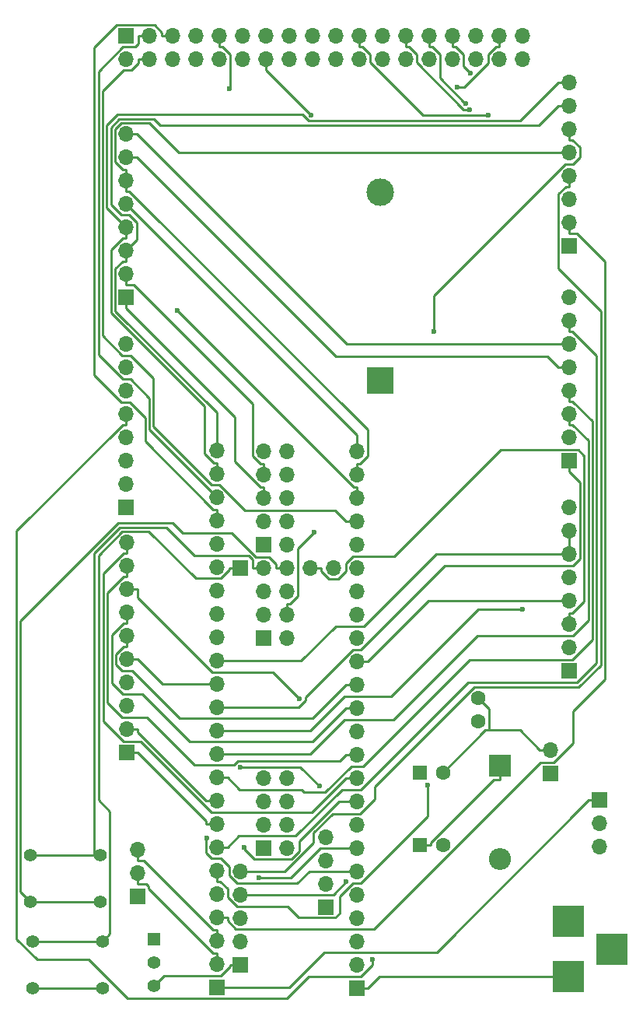
<source format=gbr>
G04 #@! TF.FileFunction,Copper,L2,Bot,Signal*
%FSLAX46Y46*%
G04 Gerber Fmt 4.6, Leading zero omitted, Abs format (unit mm)*
G04 Created by KiCad (PCBNEW 4.0.6) date 06/05/17 03:56:47*
%MOMM*%
%LPD*%
G01*
G04 APERTURE LIST*
%ADD10C,0.100000*%
%ADD11R,1.600000X1.600000*%
%ADD12C,1.600000*%
%ADD13R,3.500000X3.500000*%
%ADD14R,2.400000X2.400000*%
%ADD15O,2.400000X2.400000*%
%ADD16R,1.700000X1.700000*%
%ADD17O,1.700000X1.700000*%
%ADD18C,1.397000*%
%ADD19R,1.397000X1.397000*%
%ADD20C,3.000000*%
%ADD21R,3.000000X3.000000*%
%ADD22C,0.600000*%
%ADD23C,0.250000*%
G04 APERTURE END LIST*
D10*
D11*
X141259000Y-145948000D03*
D12*
X143759000Y-145948000D03*
X147569000Y-132486000D03*
X147569000Y-129986000D03*
D11*
X141259000Y-138074000D03*
D12*
X143759000Y-138074000D03*
D13*
X157400000Y-154300000D03*
X157400000Y-160300000D03*
X162100000Y-157300000D03*
D14*
X149961000Y-137344000D03*
D15*
X149961000Y-147504000D03*
D16*
X109220000Y-86360000D03*
D17*
X109220000Y-83820000D03*
X109220000Y-81280000D03*
X109220000Y-78740000D03*
X109220000Y-76200000D03*
X109220000Y-73660000D03*
X109220000Y-71120000D03*
X109220000Y-68580000D03*
D16*
X109220000Y-109220000D03*
D17*
X109220000Y-106680000D03*
X109220000Y-104140000D03*
X109220000Y-101600000D03*
X109220000Y-99060000D03*
X109220000Y-96520000D03*
X109220000Y-93980000D03*
X109220000Y-91440000D03*
D16*
X109301000Y-135926000D03*
D17*
X109301000Y-133386000D03*
X109301000Y-130846000D03*
X109301000Y-128306000D03*
X109301000Y-125766000D03*
X109301000Y-123226000D03*
X109301000Y-120686000D03*
X109301000Y-118146000D03*
X109301000Y-115606000D03*
X109301000Y-113066000D03*
D16*
X110490000Y-151540000D03*
D17*
X110490000Y-149000000D03*
X110490000Y-146460000D03*
D16*
X119100000Y-161480000D03*
D17*
X119100000Y-158940000D03*
X119100000Y-156400000D03*
X119100000Y-153860000D03*
X119100000Y-151320000D03*
X119100000Y-148780000D03*
X119100000Y-146240000D03*
X119100000Y-143700000D03*
X119100000Y-141160000D03*
X119100000Y-138620000D03*
X119100000Y-136080000D03*
X119100000Y-133540000D03*
X119100000Y-131000000D03*
X119100000Y-128460000D03*
X119100000Y-125920000D03*
X119100000Y-123380000D03*
X119100000Y-120840000D03*
X119100000Y-118300000D03*
X119100000Y-115760000D03*
X119100000Y-113220000D03*
X119100000Y-110680000D03*
X119100000Y-108140000D03*
X119100000Y-105600000D03*
X119100000Y-103060000D03*
D16*
X124206000Y-113284000D03*
D17*
X126746000Y-113284000D03*
X124206000Y-110744000D03*
X126746000Y-110744000D03*
X124206000Y-108204000D03*
X126746000Y-108204000D03*
X124206000Y-105664000D03*
X126746000Y-105664000D03*
X124206000Y-103124000D03*
X126746000Y-103124000D03*
D16*
X121700000Y-159004000D03*
D17*
X121700000Y-156464000D03*
X121700000Y-153924000D03*
X121700000Y-151384000D03*
X121700000Y-148844000D03*
D16*
X124206000Y-146304000D03*
D17*
X126746000Y-146304000D03*
X124206000Y-143764000D03*
X126746000Y-143764000D03*
X124206000Y-141224000D03*
X126746000Y-141224000D03*
X124206000Y-138684000D03*
X126746000Y-138684000D03*
D16*
X130937000Y-152718000D03*
D17*
X130937000Y-150178000D03*
X130937000Y-147638000D03*
X130937000Y-145098000D03*
D16*
X109220000Y-57960000D03*
D17*
X109220000Y-60500000D03*
X111760000Y-57960000D03*
X111760000Y-60500000D03*
X114300000Y-57960000D03*
X114300000Y-60500000D03*
X116840000Y-57960000D03*
X116840000Y-60500000D03*
X119380000Y-57960000D03*
X119380000Y-60500000D03*
X121920000Y-57960000D03*
X121920000Y-60500000D03*
X124460000Y-57960000D03*
X124460000Y-60500000D03*
X127000000Y-57960000D03*
X127000000Y-60500000D03*
X129540000Y-57960000D03*
X129540000Y-60500000D03*
X132080000Y-57960000D03*
X132080000Y-60500000D03*
X134620000Y-57960000D03*
X134620000Y-60500000D03*
X137160000Y-57960000D03*
X137160000Y-60500000D03*
X139700000Y-57960000D03*
X139700000Y-60500000D03*
X142240000Y-57960000D03*
X142240000Y-60500000D03*
X144780000Y-57960000D03*
X144780000Y-60500000D03*
X147320000Y-57960000D03*
X147320000Y-60500000D03*
X149860000Y-57960000D03*
X149860000Y-60500000D03*
X152400000Y-57960000D03*
X152400000Y-60500000D03*
D16*
X134366000Y-161544000D03*
D17*
X134366000Y-159004000D03*
X134366000Y-156464000D03*
X134366000Y-153924000D03*
X134366000Y-151384000D03*
X134366000Y-148844000D03*
X134366000Y-146304000D03*
X134366000Y-143764000D03*
X134366000Y-141224000D03*
X134366000Y-138684000D03*
X134366000Y-136144000D03*
X134366000Y-133604000D03*
X134366000Y-131064000D03*
X134366000Y-128524000D03*
X134366000Y-125984000D03*
X134366000Y-123444000D03*
X134366000Y-120904000D03*
X134366000Y-118364000D03*
X134366000Y-115824000D03*
X134366000Y-113284000D03*
X134366000Y-110744000D03*
X134366000Y-108204000D03*
X134366000Y-105664000D03*
X134366000Y-103124000D03*
D16*
X157480000Y-80772000D03*
D17*
X157480000Y-78232000D03*
X157480000Y-75692000D03*
X157480000Y-73152000D03*
X157480000Y-70612000D03*
X157480000Y-68072000D03*
X157480000Y-65532000D03*
X157480000Y-62992000D03*
D16*
X157480000Y-104140000D03*
D17*
X157480000Y-101600000D03*
X157480000Y-99060000D03*
X157480000Y-96520000D03*
X157480000Y-93980000D03*
X157480000Y-91440000D03*
X157480000Y-88900000D03*
X157480000Y-86360000D03*
D16*
X157480000Y-127000000D03*
D17*
X157480000Y-124460000D03*
X157480000Y-121920000D03*
X157480000Y-119380000D03*
X157480000Y-116840000D03*
X157480000Y-114300000D03*
X157480000Y-111760000D03*
X157480000Y-109220000D03*
D16*
X124206000Y-123444000D03*
D17*
X126746000Y-123444000D03*
X124206000Y-120904000D03*
X126746000Y-120904000D03*
X124206000Y-118364000D03*
X126746000Y-118364000D03*
D16*
X121666000Y-115824000D03*
D17*
X124206000Y-115824000D03*
X126746000Y-115824000D03*
X129286000Y-115824000D03*
X131826000Y-115824000D03*
D18*
X106680000Y-156464000D03*
X106680000Y-161544000D03*
X99060000Y-156464000D03*
X99060000Y-161544000D03*
X106426000Y-147066000D03*
X106426000Y-152146000D03*
X98806000Y-147066000D03*
X98806000Y-152146000D03*
D19*
X112268000Y-156210000D03*
D18*
X112268000Y-158750000D03*
X112268000Y-161290000D03*
D20*
X136900000Y-74910000D03*
D21*
X136900000Y-95400000D03*
D16*
X160800000Y-141100000D03*
D17*
X160800000Y-143640000D03*
X160800000Y-146180000D03*
D16*
X155448000Y-138176000D03*
D17*
X155448000Y-135636000D03*
D22*
X142734000Y-90090800D03*
X122053700Y-146259000D03*
X130299600Y-139587900D03*
X121652900Y-137480500D03*
X123728600Y-149515200D03*
X117988500Y-145206100D03*
X136015500Y-158426500D03*
X128077700Y-130081700D03*
X142087300Y-139432700D03*
X152378800Y-120333200D03*
X120447400Y-63643500D03*
X129349100Y-66564400D03*
X133203600Y-149982400D03*
X148641800Y-66537900D03*
X114785300Y-87815300D03*
X129730300Y-111939000D03*
X146669400Y-65948100D03*
X146217300Y-65253900D03*
X146702400Y-62003600D03*
X145294200Y-63521000D03*
D23*
X149237400Y-138869300D02*
X149961000Y-138869300D01*
X142384300Y-145722400D02*
X149237400Y-138869300D01*
X142384300Y-145948000D02*
X142384300Y-145722400D01*
X141259000Y-145948000D02*
X142384300Y-145948000D01*
X149961000Y-137344000D02*
X149961000Y-138869300D01*
X155448000Y-135636000D02*
X154272700Y-135636000D01*
X148730600Y-131147600D02*
X147569000Y-129986000D01*
X148730600Y-133490800D02*
X148730600Y-131147600D01*
X152127500Y-133490800D02*
X148730600Y-133490800D01*
X154272700Y-135636000D02*
X152127500Y-133490800D01*
X148342200Y-133490800D02*
X143759000Y-138074000D01*
X148730600Y-133490800D02*
X148342200Y-133490800D01*
X136785300Y-160300000D02*
X135541300Y-161544000D01*
X157400000Y-160300000D02*
X136785300Y-160300000D01*
X134366000Y-161544000D02*
X135541300Y-161544000D01*
X121080100Y-99395400D02*
X109220000Y-87535300D01*
X121080100Y-104270100D02*
X121080100Y-99395400D01*
X123838700Y-107028700D02*
X121080100Y-104270100D01*
X124206000Y-107028700D02*
X123838700Y-107028700D01*
X124206000Y-108204000D02*
X124206000Y-107028700D01*
X109220000Y-86360000D02*
X109220000Y-87535300D01*
X109220000Y-83820000D02*
X109220000Y-84995300D01*
X124206000Y-105664000D02*
X124206000Y-104488700D01*
X123838600Y-104488700D02*
X124206000Y-104488700D01*
X123030700Y-103680800D02*
X123838600Y-104488700D01*
X123030700Y-97998000D02*
X123030700Y-103680800D01*
X110028000Y-84995300D02*
X123030700Y-97998000D01*
X109220000Y-84995300D02*
X110028000Y-84995300D01*
X108852600Y-82455300D02*
X109220000Y-82455300D01*
X108044700Y-83263200D02*
X108852600Y-82455300D01*
X108044700Y-87891300D02*
X108044700Y-83263200D01*
X119100000Y-98946600D02*
X108044700Y-87891300D01*
X119100000Y-103060000D02*
X119100000Y-98946600D01*
X109220000Y-81280000D02*
X109220000Y-82455300D01*
X157480000Y-65532000D02*
X156304700Y-65532000D01*
X154196700Y-67640000D02*
X156304700Y-65532000D01*
X112929500Y-67640000D02*
X154196700Y-67640000D01*
X112240100Y-66950600D02*
X112929500Y-67640000D01*
X108497000Y-66950600D02*
X112240100Y-66950600D01*
X107568000Y-67879600D02*
X108497000Y-66950600D01*
X107568000Y-76274400D02*
X107568000Y-67879600D01*
X108669000Y-77375400D02*
X107568000Y-76274400D01*
X109547200Y-77375400D02*
X108669000Y-77375400D01*
X110410400Y-78238600D02*
X109547200Y-77375400D01*
X110410400Y-80089600D02*
X110410400Y-78238600D01*
X109220000Y-81280000D02*
X110410400Y-80089600D01*
X157480000Y-62992000D02*
X156304700Y-62992000D01*
X119100000Y-105600000D02*
X119100000Y-104424700D01*
X109220000Y-78740000D02*
X109220000Y-79915300D01*
X118788400Y-104424700D02*
X119100000Y-104424700D01*
X117738100Y-103374400D02*
X118788400Y-104424700D01*
X117738100Y-98258900D02*
X117738100Y-103374400D01*
X107572600Y-88093400D02*
X117738100Y-98258900D01*
X107572600Y-81195400D02*
X107572600Y-88093400D01*
X108852700Y-79915300D02*
X107572600Y-81195400D01*
X109220000Y-79915300D02*
X108852700Y-79915300D01*
X152107000Y-67189700D02*
X156304700Y-62992000D01*
X129090100Y-67189700D02*
X152107000Y-67189700D01*
X128400700Y-66500300D02*
X129090100Y-67189700D01*
X108310400Y-66500300D02*
X128400700Y-66500300D01*
X107117700Y-67693000D02*
X108310400Y-66500300D01*
X107117700Y-76637700D02*
X107117700Y-67693000D01*
X109220000Y-78740000D02*
X107117700Y-76637700D01*
X134366000Y-101346000D02*
X109220000Y-76200000D01*
X134366000Y-103124000D02*
X134366000Y-101346000D01*
X157847400Y-69247300D02*
X157480000Y-69247300D01*
X158655300Y-70055200D02*
X157847400Y-69247300D01*
X158655300Y-71127500D02*
X158655300Y-70055200D01*
X157900800Y-71882000D02*
X158655300Y-71127500D01*
X157085800Y-71882000D02*
X157900800Y-71882000D01*
X142734000Y-86233800D02*
X157085800Y-71882000D01*
X142734000Y-90090800D02*
X142734000Y-86233800D01*
X157480000Y-68072000D02*
X157480000Y-69247300D01*
X114948200Y-70612000D02*
X157480000Y-70612000D01*
X111737100Y-67400900D02*
X114948200Y-70612000D01*
X108683600Y-67400900D02*
X111737100Y-67400900D01*
X108018300Y-68066200D02*
X108683600Y-67400900D01*
X108018300Y-71639000D02*
X108018300Y-68066200D01*
X108864000Y-72484700D02*
X108018300Y-71639000D01*
X109220000Y-72484700D02*
X108864000Y-72484700D01*
X109220000Y-73660000D02*
X109220000Y-72484700D01*
X109587300Y-74835300D02*
X109220000Y-74835300D01*
X135545600Y-100793600D02*
X109587300Y-74835300D01*
X135545600Y-103676400D02*
X135545600Y-100793600D01*
X134733300Y-104488700D02*
X135545600Y-103676400D01*
X134366000Y-104488700D02*
X134733300Y-104488700D01*
X134366000Y-105664000D02*
X134366000Y-104488700D01*
X109220000Y-73660000D02*
X109220000Y-74835300D01*
X119100000Y-141160000D02*
X117924700Y-141160000D01*
X109301000Y-133386000D02*
X110476300Y-133386000D01*
X110476300Y-133711600D02*
X117924700Y-141160000D01*
X110476300Y-133386000D02*
X110476300Y-133711600D01*
X155129400Y-92804700D02*
X156304700Y-93980000D01*
X132080000Y-92804700D02*
X155129400Y-92804700D01*
X110395300Y-71120000D02*
X132080000Y-92804700D01*
X109220000Y-71120000D02*
X110395300Y-71120000D01*
X157480000Y-93980000D02*
X156304700Y-93980000D01*
X157480000Y-91440000D02*
X156304700Y-91440000D01*
X109220000Y-68580000D02*
X110395300Y-68580000D01*
X117924700Y-143374400D02*
X110476300Y-135926000D01*
X117924700Y-143700000D02*
X117924700Y-143374400D01*
X109301000Y-135926000D02*
X110476300Y-135926000D01*
X119100000Y-143700000D02*
X117924700Y-143700000D01*
X133255300Y-91440000D02*
X110395300Y-68580000D01*
X156304700Y-91440000D02*
X133255300Y-91440000D01*
X122053700Y-146380800D02*
X122053700Y-146259000D01*
X123152300Y-147479400D02*
X122053700Y-146380800D01*
X127259500Y-147479400D02*
X123152300Y-147479400D01*
X128096400Y-146642500D02*
X127259500Y-147479400D01*
X128096400Y-145567100D02*
X128096400Y-146642500D01*
X132439500Y-141224000D02*
X128096400Y-145567100D01*
X134366000Y-141224000D02*
X132439500Y-141224000D01*
X128192200Y-137480500D02*
X121652900Y-137480500D01*
X130299600Y-139587900D02*
X128192200Y-137480500D01*
X127137600Y-149515200D02*
X123728600Y-149515200D01*
X130348800Y-146304000D02*
X127137600Y-149515200D01*
X134366000Y-146304000D02*
X130348800Y-146304000D01*
X117924700Y-145269900D02*
X117988500Y-145206100D01*
X117924700Y-146800800D02*
X117924700Y-145269900D01*
X118567100Y-147443200D02*
X117924700Y-146800800D01*
X119531500Y-147443200D02*
X118567100Y-147443200D01*
X120460600Y-148372300D02*
X119531500Y-147443200D01*
X120460600Y-149295400D02*
X120460600Y-148372300D01*
X121322000Y-150156800D02*
X120460600Y-149295400D01*
X127864800Y-150156800D02*
X121322000Y-150156800D01*
X129177600Y-148844000D02*
X127864800Y-150156800D01*
X134366000Y-148844000D02*
X129177600Y-148844000D01*
X109220000Y-99060000D02*
X109220000Y-100235300D01*
X136015500Y-159059900D02*
X136015500Y-158426500D01*
X134769800Y-160305600D02*
X136015500Y-159059900D01*
X129139700Y-160305600D02*
X134769800Y-160305600D01*
X126769900Y-162675400D02*
X129139700Y-160305600D01*
X109408600Y-162675400D02*
X126769900Y-162675400D01*
X105191200Y-158458000D02*
X109408600Y-162675400D01*
X99569200Y-158458000D02*
X105191200Y-158458000D01*
X97294900Y-156183700D02*
X99569200Y-158458000D01*
X97294900Y-111793100D02*
X97294900Y-156183700D01*
X108852700Y-100235300D02*
X97294900Y-111793100D01*
X109220000Y-100235300D02*
X108852700Y-100235300D01*
X113170300Y-128460000D02*
X110476300Y-125766000D01*
X119100000Y-128460000D02*
X113170300Y-128460000D01*
X109301000Y-125766000D02*
X110476300Y-125766000D01*
X108933600Y-124401300D02*
X109301000Y-124401300D01*
X108125700Y-125209200D02*
X108933600Y-124401300D01*
X108125700Y-126325000D02*
X108125700Y-125209200D01*
X108836700Y-127036000D02*
X108125700Y-126325000D01*
X109931200Y-127036000D02*
X108836700Y-127036000D01*
X115095300Y-132200100D02*
X109931200Y-127036000D01*
X129514600Y-132200100D02*
X115095300Y-132200100D01*
X133190700Y-128524000D02*
X129514600Y-132200100D01*
X134366000Y-128524000D02*
X133190700Y-128524000D01*
X109301000Y-123226000D02*
X109301000Y-124401300D01*
X108933700Y-121861300D02*
X109301000Y-121861300D01*
X107659100Y-123135900D02*
X108933700Y-121861300D01*
X107659100Y-128382600D02*
X107659100Y-123135900D01*
X108837800Y-129561300D02*
X107659100Y-128382600D01*
X110974400Y-129561300D02*
X108837800Y-129561300D01*
X116171700Y-134758600D02*
X110974400Y-129561300D01*
X129496100Y-134758600D02*
X116171700Y-134758600D01*
X133190700Y-131064000D02*
X129496100Y-134758600D01*
X134366000Y-131064000D02*
X133190700Y-131064000D01*
X109301000Y-120686000D02*
X109301000Y-121861300D01*
X109301000Y-118146000D02*
X110476300Y-118146000D01*
X125186000Y-127190000D02*
X128077700Y-130081700D01*
X118638800Y-127190000D02*
X125186000Y-127190000D01*
X110476300Y-119027500D02*
X118638800Y-127190000D01*
X110476300Y-118146000D02*
X110476300Y-119027500D01*
X134366000Y-136144000D02*
X133190700Y-136144000D01*
X109301000Y-115606000D02*
X109301000Y-116781300D01*
X108933600Y-116781300D02*
X109301000Y-116781300D01*
X107194900Y-118520000D02*
X108933600Y-116781300D01*
X107194900Y-130478700D02*
X107194900Y-118520000D01*
X108832200Y-132116000D02*
X107194900Y-130478700D01*
X111500400Y-132116000D02*
X108832200Y-132116000D01*
X116639800Y-137255400D02*
X111500400Y-132116000D01*
X120993700Y-137255400D02*
X116639800Y-137255400D01*
X121444000Y-136805100D02*
X120993700Y-137255400D01*
X132529600Y-136805100D02*
X121444000Y-136805100D01*
X133190700Y-136144000D02*
X132529600Y-136805100D01*
X108935700Y-114241300D02*
X109301000Y-114241300D01*
X106744200Y-116432800D02*
X108935700Y-114241300D01*
X106744200Y-132508100D02*
X106744200Y-116432800D01*
X108986700Y-134750600D02*
X106744200Y-132508100D01*
X110836700Y-134750600D02*
X108986700Y-134750600D01*
X118490700Y-142404600D02*
X110836700Y-134750600D01*
X129470100Y-142404600D02*
X118490700Y-142404600D01*
X133190700Y-138684000D02*
X129470100Y-142404600D01*
X134366000Y-138684000D02*
X133190700Y-138684000D01*
X109301000Y-113066000D02*
X109301000Y-114241300D01*
X111404300Y-150175300D02*
X110490000Y-150175300D01*
X111665300Y-150436300D02*
X111404300Y-150175300D01*
X111665300Y-150697400D02*
X111665300Y-150436300D01*
X118732600Y-157764700D02*
X111665300Y-150697400D01*
X119100000Y-157764700D02*
X118732600Y-157764700D01*
X119100000Y-158940000D02*
X119100000Y-157764700D01*
X110490000Y-149000000D02*
X110490000Y-150175300D01*
X111143200Y-147635300D02*
X110490000Y-147635300D01*
X118732600Y-155224700D02*
X111143200Y-147635300D01*
X119100000Y-155224700D02*
X118732600Y-155224700D01*
X119100000Y-156400000D02*
X119100000Y-155224700D01*
X110490000Y-146460000D02*
X110490000Y-147635300D01*
X119100000Y-153860000D02*
X120275300Y-153860000D01*
X157480000Y-78232000D02*
X157480000Y-79407300D01*
X158288000Y-79407300D02*
X157480000Y-79407300D01*
X161376100Y-82495400D02*
X158288000Y-79407300D01*
X161376100Y-127977700D02*
X161376100Y-82495400D01*
X157900800Y-131453000D02*
X161376100Y-127977700D01*
X157900800Y-134916100D02*
X157900800Y-131453000D01*
X155816300Y-137000600D02*
X157900800Y-134916100D01*
X154326300Y-137000600D02*
X155816300Y-137000600D01*
X136225700Y-155101200D02*
X154326300Y-137000600D01*
X121149200Y-155101200D02*
X136225700Y-155101200D01*
X120275300Y-154227300D02*
X121149200Y-155101200D01*
X120275300Y-153860000D02*
X120275300Y-154227300D01*
X142087300Y-142812300D02*
X142087300Y-139432700D01*
X134785600Y-150114000D02*
X142087300Y-142812300D01*
X133969500Y-150114000D02*
X134785600Y-150114000D01*
X132492200Y-151591300D02*
X133969500Y-150114000D01*
X132492200Y-153413600D02*
X132492200Y-151591300D01*
X132012400Y-153893400D02*
X132492200Y-153413600D01*
X128040100Y-153893400D02*
X132012400Y-153893400D01*
X126800700Y-152654000D02*
X128040100Y-153893400D01*
X121298300Y-152654000D02*
X126800700Y-152654000D01*
X120275300Y-151631000D02*
X121298300Y-152654000D01*
X120275300Y-150763200D02*
X120275300Y-151631000D01*
X119467400Y-149955300D02*
X120275300Y-150763200D01*
X119100000Y-149955300D02*
X119467400Y-149955300D01*
X119100000Y-148780000D02*
X119100000Y-149955300D01*
X119100000Y-146240000D02*
X120275300Y-146240000D01*
X157480000Y-88900000D02*
X157480000Y-90075300D01*
X157847300Y-90075300D02*
X157480000Y-90075300D01*
X160475500Y-92703500D02*
X157847300Y-90075300D01*
X160475500Y-126177500D02*
X160475500Y-92703500D01*
X158365500Y-128287500D02*
X160475500Y-126177500D01*
X146447900Y-128287500D02*
X158365500Y-128287500D01*
X134781400Y-139954000D02*
X146447900Y-128287500D01*
X132716600Y-139954000D02*
X134781400Y-139954000D01*
X127675200Y-144995400D02*
X132716600Y-139954000D01*
X121519900Y-144995400D02*
X127675200Y-144995400D01*
X120275300Y-146240000D02*
X121519900Y-144995400D01*
X157847300Y-97695300D02*
X157480000Y-97695300D01*
X160025100Y-99873100D02*
X157847300Y-97695300D01*
X160025100Y-123592400D02*
X160025100Y-99873100D01*
X157792900Y-125824600D02*
X160025100Y-123592400D01*
X146651000Y-125824600D02*
X157792900Y-125824600D01*
X135061600Y-137414000D02*
X146651000Y-125824600D01*
X133735800Y-137414000D02*
X135061600Y-137414000D01*
X130926800Y-140223000D02*
X133735800Y-137414000D01*
X128626600Y-140223000D02*
X130926800Y-140223000D01*
X128357600Y-139954000D02*
X128626600Y-140223000D01*
X121609300Y-139954000D02*
X128357600Y-139954000D01*
X120275300Y-138620000D02*
X121609300Y-139954000D01*
X119100000Y-138620000D02*
X120275300Y-138620000D01*
X157480000Y-96520000D02*
X157480000Y-97695300D01*
X119100000Y-136080000D02*
X120275300Y-136080000D01*
X157480000Y-99060000D02*
X157480000Y-100235300D01*
X129294400Y-136080000D02*
X120275300Y-136080000D01*
X133040400Y-132334000D02*
X129294400Y-136080000D01*
X138332300Y-132334000D02*
X133040400Y-132334000D01*
X147465100Y-123201200D02*
X138332300Y-132334000D01*
X157917900Y-123201200D02*
X147465100Y-123201200D01*
X159573400Y-121545700D02*
X157917900Y-123201200D01*
X159573400Y-101961400D02*
X159573400Y-121545700D01*
X157847300Y-100235300D02*
X159573400Y-101961400D01*
X157480000Y-100235300D02*
X157847300Y-100235300D01*
X147550800Y-120333200D02*
X152378800Y-120333200D01*
X138090000Y-129794000D02*
X147550800Y-120333200D01*
X133040400Y-129794000D02*
X138090000Y-129794000D01*
X129294400Y-133540000D02*
X133040400Y-129794000D01*
X119100000Y-133540000D02*
X129294400Y-133540000D01*
X119100000Y-131000000D02*
X120275300Y-131000000D01*
X157480000Y-104140000D02*
X157480000Y-105315300D01*
X128043900Y-131000000D02*
X120275300Y-131000000D01*
X128811500Y-130232400D02*
X128043900Y-131000000D01*
X128811500Y-129874300D02*
X128811500Y-130232400D01*
X133971800Y-124714000D02*
X128811500Y-129874300D01*
X134817500Y-124714000D02*
X133971800Y-124714000D01*
X143961500Y-115570000D02*
X134817500Y-124714000D01*
X157909700Y-115570000D02*
X143961500Y-115570000D01*
X158655300Y-114824400D02*
X157909700Y-115570000D01*
X158655300Y-106490600D02*
X158655300Y-114824400D01*
X157480000Y-105315300D02*
X158655300Y-106490600D01*
X120599300Y-63491600D02*
X120447400Y-63643500D01*
X120599300Y-59987300D02*
X120599300Y-63491600D01*
X119747300Y-59135300D02*
X120599300Y-59987300D01*
X119380000Y-59135300D02*
X119747300Y-59135300D01*
X119380000Y-57960000D02*
X119380000Y-59135300D01*
X114300000Y-57960000D02*
X113124700Y-57960000D01*
X119100000Y-110680000D02*
X119100000Y-109504700D01*
X118732700Y-109504700D02*
X119100000Y-109504700D01*
X111296000Y-102068000D02*
X118732700Y-109504700D01*
X111296000Y-99461800D02*
X111296000Y-102068000D01*
X109624200Y-97790000D02*
X111296000Y-99461800D01*
X108747400Y-97790000D02*
X109624200Y-97790000D01*
X105766800Y-94809400D02*
X108747400Y-97790000D01*
X105766800Y-59214200D02*
X105766800Y-94809400D01*
X108196400Y-56784600D02*
X105766800Y-59214200D01*
X112316600Y-56784600D02*
X108196400Y-56784600D01*
X113124700Y-57592700D02*
X112316600Y-56784600D01*
X113124700Y-57960000D02*
X113124700Y-57592700D01*
X111760000Y-57960000D02*
X110584700Y-57960000D01*
X111746300Y-100786300D02*
X119100000Y-108140000D01*
X111746300Y-97352400D02*
X111746300Y-100786300D01*
X109698300Y-95304400D02*
X111746300Y-97352400D01*
X108881300Y-95304400D02*
X109698300Y-95304400D01*
X106217100Y-92640200D02*
X108881300Y-95304400D01*
X106217100Y-61830900D02*
X106217100Y-92640200D01*
X108912700Y-59135300D02*
X106217100Y-61830900D01*
X110217500Y-59135300D02*
X108912700Y-59135300D01*
X110584700Y-58768100D02*
X110217500Y-59135300D01*
X110584700Y-57960000D02*
X110584700Y-58768100D01*
X124460000Y-60500000D02*
X124460000Y-61675300D01*
X124460000Y-61675300D02*
X129349100Y-66564400D01*
X120524700Y-159224500D02*
X120524700Y-159004000D01*
X119569900Y-160179300D02*
X120524700Y-159224500D01*
X113378700Y-160179300D02*
X119569900Y-160179300D01*
X112268000Y-161290000D02*
X113378700Y-160179300D01*
X121700000Y-159004000D02*
X120524700Y-159004000D01*
X131802000Y-151384000D02*
X133203600Y-149982400D01*
X121700000Y-151384000D02*
X131802000Y-151384000D01*
X157480000Y-73152000D02*
X157480000Y-74327300D01*
X121700000Y-148844000D02*
X122875300Y-148844000D01*
X157112600Y-74327300D02*
X157480000Y-74327300D01*
X156304700Y-75135200D02*
X157112600Y-74327300D01*
X156304700Y-83274600D02*
X156304700Y-75135200D01*
X160925800Y-87895700D02*
X156304700Y-83274600D01*
X160925800Y-126412700D02*
X160925800Y-87895700D01*
X158523700Y-128814800D02*
X160925800Y-126412700D01*
X147131200Y-128814800D02*
X158523700Y-128814800D01*
X136295600Y-139650400D02*
X147131200Y-128814800D01*
X136295600Y-141003200D02*
X136295600Y-139650400D01*
X134710200Y-142588600D02*
X136295600Y-141003200D01*
X131731100Y-142588600D02*
X134710200Y-142588600D01*
X129663200Y-144656500D02*
X131731100Y-142588600D01*
X129663200Y-145712600D02*
X129663200Y-144656500D01*
X126531800Y-148844000D02*
X129663200Y-145712600D01*
X122875300Y-148844000D02*
X126531800Y-148844000D01*
X134620000Y-57960000D02*
X134620000Y-59135300D01*
X148606200Y-66573500D02*
X148641800Y-66537900D01*
X141540600Y-66573500D02*
X148606200Y-66573500D01*
X135795300Y-60828200D02*
X141540600Y-66573500D01*
X135795300Y-59943200D02*
X135795300Y-60828200D01*
X134987400Y-59135300D02*
X135795300Y-59943200D01*
X134620000Y-59135300D02*
X134987400Y-59135300D01*
X111760000Y-60500000D02*
X110584700Y-60500000D01*
X134366000Y-110744000D02*
X133190700Y-110744000D01*
X132015400Y-109568700D02*
X133190700Y-110744000D01*
X122192600Y-109568700D02*
X132015400Y-109568700D01*
X119399300Y-106775400D02*
X122192600Y-109568700D01*
X118554300Y-106775400D02*
X119399300Y-106775400D01*
X112196600Y-100417700D02*
X118554300Y-106775400D01*
X112196600Y-95197100D02*
X112196600Y-100417700D01*
X109709500Y-92710000D02*
X112196600Y-95197100D01*
X108827600Y-92710000D02*
X109709500Y-92710000D01*
X106667400Y-90549800D02*
X108827600Y-92710000D01*
X106667400Y-63955400D02*
X106667400Y-90549800D01*
X108947500Y-61675300D02*
X106667400Y-63955400D01*
X109776800Y-61675300D02*
X108947500Y-61675300D01*
X110584700Y-60867400D02*
X109776800Y-61675300D01*
X110584700Y-60500000D02*
X110584700Y-60867400D01*
X134366000Y-108204000D02*
X134366000Y-107028700D01*
X133998700Y-107028700D02*
X134366000Y-107028700D01*
X114785300Y-87815300D02*
X133998700Y-107028700D01*
X126746000Y-120904000D02*
X126746000Y-119728700D01*
X127921300Y-113748000D02*
X129730300Y-111939000D01*
X127921300Y-118920800D02*
X127921300Y-113748000D01*
X127113400Y-119728700D02*
X127921300Y-118920800D01*
X126746000Y-119728700D02*
X127113400Y-119728700D01*
X139700000Y-57960000D02*
X139700000Y-59135300D01*
X145985900Y-65948100D02*
X146669400Y-65948100D01*
X140875300Y-60837500D02*
X145985900Y-65948100D01*
X140875300Y-59943200D02*
X140875300Y-60837500D01*
X140067400Y-59135300D02*
X140875300Y-59943200D01*
X139700000Y-59135300D02*
X140067400Y-59135300D01*
X142240000Y-57960000D02*
X142240000Y-59135300D01*
X146142800Y-65253900D02*
X146217300Y-65253900D01*
X143415300Y-62526400D02*
X146142800Y-65253900D01*
X143415300Y-59943200D02*
X143415300Y-62526400D01*
X142607400Y-59135300D02*
X143415300Y-59943200D01*
X142240000Y-59135300D02*
X142607400Y-59135300D01*
X145955300Y-61256500D02*
X146702400Y-62003600D01*
X145955300Y-59943200D02*
X145955300Y-61256500D01*
X145147400Y-59135300D02*
X145955300Y-59943200D01*
X144780000Y-59135300D02*
X145147400Y-59135300D01*
X144780000Y-57960000D02*
X144780000Y-59135300D01*
X149860000Y-57960000D02*
X149860000Y-59135300D01*
X146069400Y-63521000D02*
X145294200Y-63521000D01*
X148684700Y-60905700D02*
X146069400Y-63521000D01*
X148684700Y-59943200D02*
X148684700Y-60905700D01*
X149492600Y-59135300D02*
X148684700Y-59943200D01*
X149860000Y-59135300D02*
X149492600Y-59135300D01*
X157480000Y-111760000D02*
X157480000Y-114300000D01*
X119100000Y-125920000D02*
X120275300Y-125920000D01*
X128296100Y-125920000D02*
X120275300Y-125920000D01*
X132042100Y-122174000D02*
X128296100Y-125920000D01*
X135157100Y-122174000D02*
X132042100Y-122174000D01*
X143031100Y-114300000D02*
X135157100Y-122174000D01*
X156304700Y-114300000D02*
X143031100Y-114300000D01*
X157480000Y-114300000D02*
X156304700Y-114300000D01*
X157847400Y-120744700D02*
X157480000Y-120744700D01*
X159123100Y-119469000D02*
X157847400Y-120744700D01*
X159123100Y-103622900D02*
X159123100Y-119469000D01*
X158464800Y-102964600D02*
X159123100Y-103622900D01*
X149986500Y-102964600D02*
X158464800Y-102964600D01*
X138397100Y-114554000D02*
X149986500Y-102964600D01*
X133935000Y-114554000D02*
X138397100Y-114554000D01*
X133190600Y-115298400D02*
X133935000Y-114554000D01*
X133190600Y-116158000D02*
X133190600Y-115298400D01*
X132307100Y-117041500D02*
X133190600Y-116158000D01*
X131311500Y-117041500D02*
X132307100Y-117041500D01*
X130461300Y-116191300D02*
X131311500Y-117041500D01*
X130461300Y-115824000D02*
X130461300Y-116191300D01*
X129286000Y-115824000D02*
X130461300Y-115824000D01*
X157480000Y-121920000D02*
X157480000Y-120744700D01*
X124206000Y-115824000D02*
X123030700Y-115824000D01*
X123030700Y-114944400D02*
X123030700Y-115824000D01*
X122576300Y-114490000D02*
X123030700Y-114944400D01*
X116649500Y-114490000D02*
X122576300Y-114490000D01*
X113581200Y-111421700D02*
X116649500Y-114490000D01*
X108556600Y-111421700D02*
X113581200Y-111421700D01*
X105735700Y-114242600D02*
X108556600Y-111421700D01*
X105735700Y-147066000D02*
X105735700Y-114242600D01*
X98806000Y-147066000D02*
X105735700Y-147066000D01*
X105735700Y-147066000D02*
X106426000Y-147066000D01*
X99060000Y-161544000D02*
X106680000Y-161544000D01*
X98806000Y-152146000D02*
X106426000Y-152146000D01*
X97745300Y-151085300D02*
X98806000Y-152146000D01*
X97745300Y-121596100D02*
X97745300Y-151085300D01*
X108391400Y-110950000D02*
X97745300Y-121596100D01*
X114303600Y-110950000D02*
X108391400Y-110950000D01*
X115369500Y-112015900D02*
X114303600Y-110950000D01*
X120764900Y-112015900D02*
X115369500Y-112015900D01*
X123397700Y-114648700D02*
X120764900Y-112015900D01*
X124762800Y-114648700D02*
X123397700Y-114648700D01*
X125570700Y-115456600D02*
X124762800Y-114648700D01*
X125570700Y-115824000D02*
X125570700Y-115456600D01*
X126746000Y-115824000D02*
X125570700Y-115824000D01*
X134366000Y-125984000D02*
X135541300Y-125984000D01*
X142145300Y-119380000D02*
X157480000Y-119380000D01*
X135541300Y-125984000D02*
X142145300Y-119380000D01*
X121666000Y-115824000D02*
X120490700Y-115824000D01*
X106680000Y-156464000D02*
X99060000Y-156464000D01*
X120490700Y-116041000D02*
X120490700Y-115824000D01*
X119551000Y-116980700D02*
X120490700Y-116041000D01*
X116818900Y-116980700D02*
X119551000Y-116980700D01*
X111710300Y-111872100D02*
X116818900Y-116980700D01*
X108815200Y-111872100D02*
X111710300Y-111872100D01*
X106238100Y-114449200D02*
X108815200Y-111872100D01*
X106238100Y-141056600D02*
X106238100Y-114449200D01*
X107481900Y-142300400D02*
X106238100Y-141056600D01*
X107481900Y-155662100D02*
X107481900Y-142300400D01*
X106680000Y-156464000D02*
X107481900Y-155662100D01*
X160800000Y-141100000D02*
X159624700Y-141100000D01*
X127010200Y-161480000D02*
X119100000Y-161480000D01*
X130829300Y-157660900D02*
X127010200Y-161480000D01*
X143063800Y-157660900D02*
X130829300Y-157660900D01*
X159624700Y-141100000D02*
X143063800Y-157660900D01*
M02*

</source>
